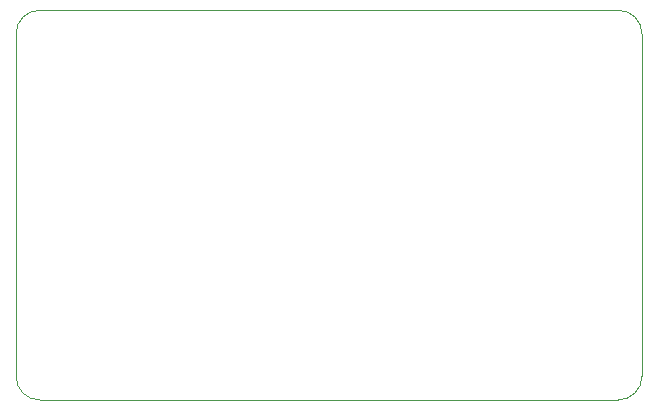
<source format=gko>
G04 #@! TF.GenerationSoftware,KiCad,Pcbnew,(5.1.0-1558-g0ba0c1724)*
G04 #@! TF.CreationDate,2019-09-15T11:25:37-07:00*
G04 #@! TF.ProjectId,IOBoard,494f426f-6172-4642-9e6b-696361645f70,rev?*
G04 #@! TF.SameCoordinates,Original*
G04 #@! TF.FileFunction,Profile,NP*
%FSLAX46Y46*%
G04 Gerber Fmt 4.6, Leading zero omitted, Abs format (unit mm)*
G04 Created by KiCad (PCBNEW (5.1.0-1558-g0ba0c1724)) date 2019-09-15 11:25:37*
%MOMM*%
%LPD*%
G04 APERTURE LIST*
%ADD10C,0.050000*%
G04 APERTURE END LIST*
D10*
X62000000Y-84000000D02*
G75*
G02X64000000Y-82000000I2000000J0D01*
G01*
X64000000Y-115000000D02*
G75*
G02X62000000Y-113000000I0J2000000D01*
G01*
X115000000Y-113000000D02*
G75*
G02X113000000Y-115000000I-2000000J0D01*
G01*
X113000000Y-82000000D02*
G75*
G02X115000000Y-84000000I0J-2000000D01*
G01*
X62000000Y-84000000D02*
X62000000Y-113000000D01*
X113000000Y-82000000D02*
X64000000Y-82000000D01*
X115000000Y-113000000D02*
X115000000Y-84000000D01*
X64000000Y-115000000D02*
X113000000Y-115000000D01*
M02*

</source>
